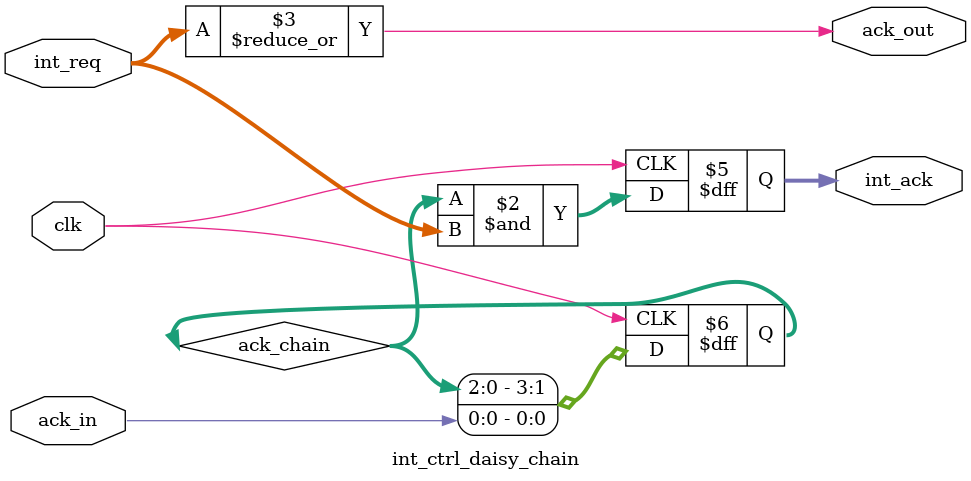
<source format=sv>
module int_ctrl_daisy_chain #(parameter CHAIN=4)(
    input clk, ack_in,
    output ack_out,
    input [CHAIN-1:0] int_req,
    output reg [CHAIN-1:0] int_ack
);
    reg [CHAIN-1:0] ack_chain;
    
    always @(posedge clk) begin
        ack_chain <= {ack_chain[CHAIN-2:0], ack_in};
        int_ack <= ack_chain & int_req;
    end
    
    // 修正输出赋值，使用连续赋值
    assign ack_out = |int_req;
    
    // 添加初始化逻辑
    initial begin
        ack_chain = {CHAIN{1'b0}};
        int_ack = {CHAIN{1'b0}};
    end
endmodule
</source>
